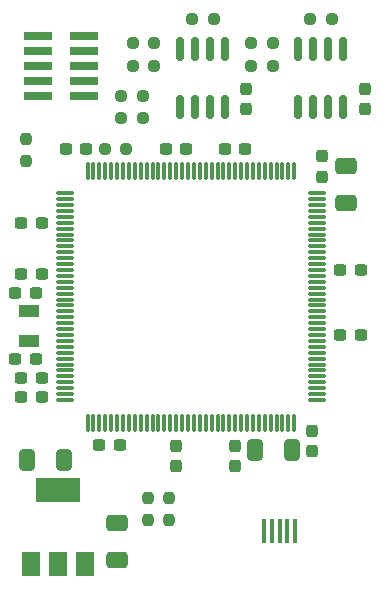
<source format=gbr>
%TF.GenerationSoftware,KiCad,Pcbnew,(6.0.1-0)*%
%TF.CreationDate,2022-02-09T14:27:11+08:00*%
%TF.ProjectId,usb_can,7573625f-6361-46e2-9e6b-696361645f70,rev?*%
%TF.SameCoordinates,Original*%
%TF.FileFunction,Paste,Top*%
%TF.FilePolarity,Positive*%
%FSLAX46Y46*%
G04 Gerber Fmt 4.6, Leading zero omitted, Abs format (unit mm)*
G04 Created by KiCad (PCBNEW (6.0.1-0)) date 2022-02-09 14:27:11*
%MOMM*%
%LPD*%
G01*
G04 APERTURE LIST*
G04 Aperture macros list*
%AMRoundRect*
0 Rectangle with rounded corners*
0 $1 Rounding radius*
0 $2 $3 $4 $5 $6 $7 $8 $9 X,Y pos of 4 corners*
0 Add a 4 corners polygon primitive as box body*
4,1,4,$2,$3,$4,$5,$6,$7,$8,$9,$2,$3,0*
0 Add four circle primitives for the rounded corners*
1,1,$1+$1,$2,$3*
1,1,$1+$1,$4,$5*
1,1,$1+$1,$6,$7*
1,1,$1+$1,$8,$9*
0 Add four rect primitives between the rounded corners*
20,1,$1+$1,$2,$3,$4,$5,0*
20,1,$1+$1,$4,$5,$6,$7,0*
20,1,$1+$1,$6,$7,$8,$9,0*
20,1,$1+$1,$8,$9,$2,$3,0*%
G04 Aperture macros list end*
%ADD10RoundRect,0.237500X-0.300000X-0.237500X0.300000X-0.237500X0.300000X0.237500X-0.300000X0.237500X0*%
%ADD11R,0.400000X2.150000*%
%ADD12RoundRect,0.237500X0.300000X0.237500X-0.300000X0.237500X-0.300000X-0.237500X0.300000X-0.237500X0*%
%ADD13RoundRect,0.237500X0.237500X-0.250000X0.237500X0.250000X-0.237500X0.250000X-0.237500X-0.250000X0*%
%ADD14RoundRect,0.250000X0.650000X-0.412500X0.650000X0.412500X-0.650000X0.412500X-0.650000X-0.412500X0*%
%ADD15R,1.500000X2.000000*%
%ADD16R,3.800000X2.000000*%
%ADD17RoundRect,0.237500X0.250000X0.237500X-0.250000X0.237500X-0.250000X-0.237500X0.250000X-0.237500X0*%
%ADD18RoundRect,0.250000X0.412500X0.650000X-0.412500X0.650000X-0.412500X-0.650000X0.412500X-0.650000X0*%
%ADD19RoundRect,0.237500X-0.237500X0.300000X-0.237500X-0.300000X0.237500X-0.300000X0.237500X0.300000X0*%
%ADD20RoundRect,0.237500X-0.237500X0.250000X-0.237500X-0.250000X0.237500X-0.250000X0.237500X0.250000X0*%
%ADD21R,2.400000X0.740000*%
%ADD22RoundRect,0.075000X-0.662500X-0.075000X0.662500X-0.075000X0.662500X0.075000X-0.662500X0.075000X0*%
%ADD23RoundRect,0.075000X-0.075000X-0.662500X0.075000X-0.662500X0.075000X0.662500X-0.075000X0.662500X0*%
%ADD24RoundRect,0.150000X0.150000X-0.825000X0.150000X0.825000X-0.150000X0.825000X-0.150000X-0.825000X0*%
%ADD25RoundRect,0.237500X-0.250000X-0.237500X0.250000X-0.237500X0.250000X0.237500X-0.250000X0.237500X0*%
%ADD26RoundRect,0.237500X0.237500X-0.300000X0.237500X0.300000X-0.237500X0.300000X-0.237500X-0.300000X0*%
%ADD27R,1.800000X1.000000*%
G04 APERTURE END LIST*
D10*
%TO.C,C13*%
X97887500Y-92500000D03*
X99612500Y-92500000D03*
%TD*%
%TO.C,C22*%
X85137500Y-110300000D03*
X86862500Y-110300000D03*
%TD*%
D11*
%TO.C,J1*%
X106200000Y-124835000D03*
X106850000Y-124835000D03*
X107500000Y-124835000D03*
X108150000Y-124835000D03*
X108800000Y-124835000D03*
%TD*%
D10*
%TO.C,C9*%
X102887500Y-92500000D03*
X104612500Y-92500000D03*
%TD*%
D12*
%TO.C,C10*%
X87362500Y-113500000D03*
X85637500Y-113500000D03*
%TD*%
D13*
%TO.C,R9*%
X86000000Y-93512500D03*
X86000000Y-91687500D03*
%TD*%
D14*
%TO.C,C17*%
X113100000Y-97062500D03*
X113100000Y-93937500D03*
%TD*%
D15*
%TO.C,U4*%
X86450000Y-127650000D03*
X88750000Y-127650000D03*
D16*
X88750000Y-121350000D03*
D15*
X91050000Y-127650000D03*
%TD*%
D17*
%TO.C,R4*%
X96912500Y-83500000D03*
X95087500Y-83500000D03*
%TD*%
D18*
%TO.C,C16*%
X108562500Y-118000000D03*
X105437500Y-118000000D03*
%TD*%
D12*
%TO.C,C5*%
X91112500Y-92500000D03*
X89387500Y-92500000D03*
%TD*%
D17*
%TO.C,R10*%
X94512500Y-92500000D03*
X92687500Y-92500000D03*
%TD*%
D14*
%TO.C,C14*%
X93700000Y-127312500D03*
X93700000Y-124187500D03*
%TD*%
D17*
%TO.C,R12*%
X95912500Y-89900000D03*
X94087500Y-89900000D03*
%TD*%
D19*
%TO.C,C18*%
X104700000Y-87387500D03*
X104700000Y-89112500D03*
%TD*%
%TO.C,C6*%
X103750000Y-117637500D03*
X103750000Y-119362500D03*
%TD*%
D12*
%TO.C,C12*%
X87362500Y-111900000D03*
X85637500Y-111900000D03*
%TD*%
D17*
%TO.C,R1*%
X106912500Y-85500000D03*
X105087500Y-85500000D03*
%TD*%
D10*
%TO.C,C8*%
X92237500Y-117600000D03*
X93962500Y-117600000D03*
%TD*%
D20*
%TO.C,R6*%
X98150000Y-122087500D03*
X98150000Y-123912500D03*
%TD*%
D21*
%TO.C,J2*%
X87050000Y-82960000D03*
X90950000Y-82960000D03*
X87050000Y-84230000D03*
X90950000Y-84230000D03*
X87050000Y-85500000D03*
X90950000Y-85500000D03*
X87050000Y-86770000D03*
X90950000Y-86770000D03*
X87050000Y-88040000D03*
X90950000Y-88040000D03*
%TD*%
D20*
%TO.C,R5*%
X96400000Y-122087500D03*
X96400000Y-123912500D03*
%TD*%
D19*
%TO.C,C2*%
X98750000Y-117637500D03*
X98750000Y-119362500D03*
%TD*%
D10*
%TO.C,C20*%
X112637500Y-108250000D03*
X114362500Y-108250000D03*
%TD*%
D22*
%TO.C,U1*%
X89337500Y-96250000D03*
X89337500Y-96750000D03*
X89337500Y-97250000D03*
X89337500Y-97750000D03*
X89337500Y-98250000D03*
X89337500Y-98750000D03*
X89337500Y-99250000D03*
X89337500Y-99750000D03*
X89337500Y-100250000D03*
X89337500Y-100750000D03*
X89337500Y-101250000D03*
X89337500Y-101750000D03*
X89337500Y-102250000D03*
X89337500Y-102750000D03*
X89337500Y-103250000D03*
X89337500Y-103750000D03*
X89337500Y-104250000D03*
X89337500Y-104750000D03*
X89337500Y-105250000D03*
X89337500Y-105750000D03*
X89337500Y-106250000D03*
X89337500Y-106750000D03*
X89337500Y-107250000D03*
X89337500Y-107750000D03*
X89337500Y-108250000D03*
X89337500Y-108750000D03*
X89337500Y-109250000D03*
X89337500Y-109750000D03*
X89337500Y-110250000D03*
X89337500Y-110750000D03*
X89337500Y-111250000D03*
X89337500Y-111750000D03*
X89337500Y-112250000D03*
X89337500Y-112750000D03*
X89337500Y-113250000D03*
X89337500Y-113750000D03*
D23*
X91250000Y-115662500D03*
X91750000Y-115662500D03*
X92250000Y-115662500D03*
X92750000Y-115662500D03*
X93250000Y-115662500D03*
X93750000Y-115662500D03*
X94250000Y-115662500D03*
X94750000Y-115662500D03*
X95250000Y-115662500D03*
X95750000Y-115662500D03*
X96250000Y-115662500D03*
X96750000Y-115662500D03*
X97250000Y-115662500D03*
X97750000Y-115662500D03*
X98250000Y-115662500D03*
X98750000Y-115662500D03*
X99250000Y-115662500D03*
X99750000Y-115662500D03*
X100250000Y-115662500D03*
X100750000Y-115662500D03*
X101250000Y-115662500D03*
X101750000Y-115662500D03*
X102250000Y-115662500D03*
X102750000Y-115662500D03*
X103250000Y-115662500D03*
X103750000Y-115662500D03*
X104250000Y-115662500D03*
X104750000Y-115662500D03*
X105250000Y-115662500D03*
X105750000Y-115662500D03*
X106250000Y-115662500D03*
X106750000Y-115662500D03*
X107250000Y-115662500D03*
X107750000Y-115662500D03*
X108250000Y-115662500D03*
X108750000Y-115662500D03*
D22*
X110662500Y-113750000D03*
X110662500Y-113250000D03*
X110662500Y-112750000D03*
X110662500Y-112250000D03*
X110662500Y-111750000D03*
X110662500Y-111250000D03*
X110662500Y-110750000D03*
X110662500Y-110250000D03*
X110662500Y-109750000D03*
X110662500Y-109250000D03*
X110662500Y-108750000D03*
X110662500Y-108250000D03*
X110662500Y-107750000D03*
X110662500Y-107250000D03*
X110662500Y-106750000D03*
X110662500Y-106250000D03*
X110662500Y-105750000D03*
X110662500Y-105250000D03*
X110662500Y-104750000D03*
X110662500Y-104250000D03*
X110662500Y-103750000D03*
X110662500Y-103250000D03*
X110662500Y-102750000D03*
X110662500Y-102250000D03*
X110662500Y-101750000D03*
X110662500Y-101250000D03*
X110662500Y-100750000D03*
X110662500Y-100250000D03*
X110662500Y-99750000D03*
X110662500Y-99250000D03*
X110662500Y-98750000D03*
X110662500Y-98250000D03*
X110662500Y-97750000D03*
X110662500Y-97250000D03*
X110662500Y-96750000D03*
X110662500Y-96250000D03*
D23*
X108750000Y-94337500D03*
X108250000Y-94337500D03*
X107750000Y-94337500D03*
X107250000Y-94337500D03*
X106750000Y-94337500D03*
X106250000Y-94337500D03*
X105750000Y-94337500D03*
X105250000Y-94337500D03*
X104750000Y-94337500D03*
X104250000Y-94337500D03*
X103750000Y-94337500D03*
X103250000Y-94337500D03*
X102750000Y-94337500D03*
X102250000Y-94337500D03*
X101750000Y-94337500D03*
X101250000Y-94337500D03*
X100750000Y-94337500D03*
X100250000Y-94337500D03*
X99750000Y-94337500D03*
X99250000Y-94337500D03*
X98750000Y-94337500D03*
X98250000Y-94337500D03*
X97750000Y-94337500D03*
X97250000Y-94337500D03*
X96750000Y-94337500D03*
X96250000Y-94337500D03*
X95750000Y-94337500D03*
X95250000Y-94337500D03*
X94750000Y-94337500D03*
X94250000Y-94337500D03*
X93750000Y-94337500D03*
X93250000Y-94337500D03*
X92750000Y-94337500D03*
X92250000Y-94337500D03*
X91750000Y-94337500D03*
X91250000Y-94337500D03*
%TD*%
D24*
%TO.C,U3*%
X99095000Y-88975000D03*
X100365000Y-88975000D03*
X101635000Y-88975000D03*
X102905000Y-88975000D03*
X102905000Y-84025000D03*
X101635000Y-84025000D03*
X100365000Y-84025000D03*
X99095000Y-84025000D03*
%TD*%
%TO.C,U2*%
X109095000Y-88975000D03*
X110365000Y-88975000D03*
X111635000Y-88975000D03*
X112905000Y-88975000D03*
X112905000Y-84025000D03*
X111635000Y-84025000D03*
X110365000Y-84025000D03*
X109095000Y-84025000D03*
%TD*%
D10*
%TO.C,C21*%
X85137500Y-104700000D03*
X86862500Y-104700000D03*
%TD*%
D25*
%TO.C,R7*%
X110087500Y-81500000D03*
X111912500Y-81500000D03*
%TD*%
D17*
%TO.C,R11*%
X95912500Y-88000000D03*
X94087500Y-88000000D03*
%TD*%
D10*
%TO.C,C1*%
X112637500Y-102750000D03*
X114362500Y-102750000D03*
%TD*%
D26*
%TO.C,C11*%
X111100000Y-94862500D03*
X111100000Y-93137500D03*
%TD*%
D12*
%TO.C,C4*%
X87362500Y-98750000D03*
X85637500Y-98750000D03*
%TD*%
D25*
%TO.C,R8*%
X100087500Y-81500000D03*
X101912500Y-81500000D03*
%TD*%
D17*
%TO.C,R2*%
X106912500Y-83500000D03*
X105087500Y-83500000D03*
%TD*%
D27*
%TO.C,Y1*%
X86300000Y-106250000D03*
X86300000Y-108750000D03*
%TD*%
D19*
%TO.C,C7*%
X110250000Y-116387500D03*
X110250000Y-118112500D03*
%TD*%
D17*
%TO.C,R3*%
X96912500Y-85500000D03*
X95087500Y-85500000D03*
%TD*%
D19*
%TO.C,C19*%
X114700000Y-87387500D03*
X114700000Y-89112500D03*
%TD*%
D18*
%TO.C,C15*%
X89212500Y-118800000D03*
X86087500Y-118800000D03*
%TD*%
D12*
%TO.C,C3*%
X87362500Y-103100000D03*
X85637500Y-103100000D03*
%TD*%
M02*

</source>
